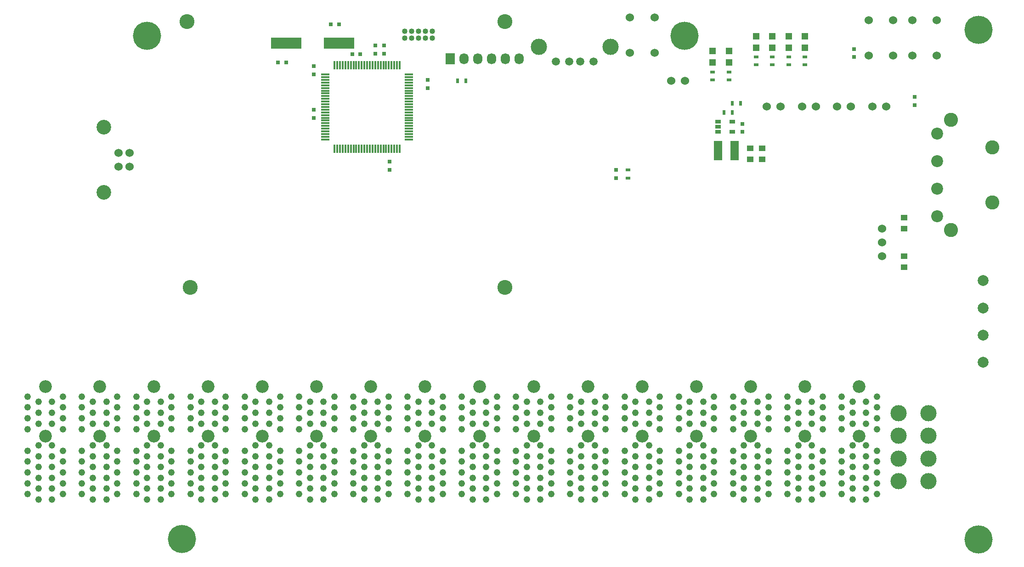
<source format=gbr>
G04 #@! TF.FileFunction,Soldermask,Top*
%FSLAX46Y46*%
G04 Gerber Fmt 4.6, Leading zero omitted, Abs format (unit mm)*
G04 Created by KiCad (PCBNEW 4.0.2+e4-6225~38~ubuntu14.04.1-stable) date Tue 26 Jul 2016 04:21:10 PM PDT*
%MOMM*%
G01*
G04 APERTURE LIST*
%ADD10C,0.100000*%
%ADD11C,2.350000*%
%ADD12C,1.230000*%
%ADD13R,0.750000X0.800000*%
%ADD14R,1.250000X1.000000*%
%ADD15R,1.500000X3.600000*%
%ADD16R,0.500000X0.900000*%
%ADD17R,1.000000X0.700000*%
%ADD18C,3.000000*%
%ADD19C,2.600000*%
%ADD20C,2.200000*%
%ADD21C,2.000000*%
%ADD22R,0.800000X0.750000*%
%ADD23C,1.524000*%
%ADD24C,2.700020*%
%ADD25R,0.300000X1.500000*%
%ADD26R,1.500000X0.300000*%
%ADD27R,5.600700X2.100580*%
%ADD28R,1.198880X1.198880*%
%ADD29R,0.900000X0.500000*%
%ADD30C,2.750000*%
%ADD31C,1.016000*%
%ADD32C,5.200000*%
%ADD33R,1.727200X2.032000*%
%ADD34O,1.727200X2.032000*%
%ADD35C,1.501140*%
%ADD36C,2.999740*%
G04 APERTURE END LIST*
D10*
D11*
X160000000Y-118000000D03*
X160000000Y-108850000D03*
D12*
X158750000Y-129650000D03*
X156750000Y-128650000D03*
X158750000Y-127650000D03*
X156750000Y-126650000D03*
X158750000Y-125650000D03*
X156750000Y-124650000D03*
X158750000Y-123650000D03*
X156750000Y-122650000D03*
X158750000Y-121650000D03*
X156750000Y-120650000D03*
X158750000Y-119650000D03*
X156750000Y-116650000D03*
X158750000Y-115650000D03*
X156750000Y-114650000D03*
X158750000Y-113650000D03*
X156750000Y-112650000D03*
X158750000Y-111650000D03*
X156750000Y-110650000D03*
X161250000Y-129650000D03*
X163250000Y-128650000D03*
X161250000Y-127650000D03*
X163250000Y-126650000D03*
X161250000Y-125650000D03*
X163250000Y-124650000D03*
X161250000Y-123650000D03*
X163250000Y-122650000D03*
X161250000Y-121650000D03*
X163250000Y-120650000D03*
X161250000Y-119650000D03*
X163250000Y-116650000D03*
X161250000Y-115650000D03*
X163250000Y-114650000D03*
X161250000Y-113650000D03*
X163250000Y-112650000D03*
X161250000Y-111650000D03*
X163250000Y-110650000D03*
D11*
X110000000Y-118000000D03*
X110000000Y-108850000D03*
D12*
X108750000Y-129650000D03*
X106750000Y-128650000D03*
X108750000Y-127650000D03*
X106750000Y-126650000D03*
X108750000Y-125650000D03*
X106750000Y-124650000D03*
X108750000Y-123650000D03*
X106750000Y-122650000D03*
X108750000Y-121650000D03*
X106750000Y-120650000D03*
X108750000Y-119650000D03*
X106750000Y-116650000D03*
X108750000Y-115650000D03*
X106750000Y-114650000D03*
X108750000Y-113650000D03*
X106750000Y-112650000D03*
X108750000Y-111650000D03*
X106750000Y-110650000D03*
X111250000Y-129650000D03*
X113250000Y-128650000D03*
X111250000Y-127650000D03*
X113250000Y-126650000D03*
X111250000Y-125650000D03*
X113250000Y-124650000D03*
X111250000Y-123650000D03*
X113250000Y-122650000D03*
X111250000Y-121650000D03*
X113250000Y-120650000D03*
X111250000Y-119650000D03*
X113250000Y-116650000D03*
X111250000Y-115650000D03*
X113250000Y-114650000D03*
X111250000Y-113650000D03*
X113250000Y-112650000D03*
X111250000Y-111650000D03*
X113250000Y-110650000D03*
D11*
X70000000Y-118000000D03*
X70000000Y-108850000D03*
D12*
X68750000Y-129650000D03*
X66750000Y-128650000D03*
X68750000Y-127650000D03*
X66750000Y-126650000D03*
X68750000Y-125650000D03*
X66750000Y-124650000D03*
X68750000Y-123650000D03*
X66750000Y-122650000D03*
X68750000Y-121650000D03*
X66750000Y-120650000D03*
X68750000Y-119650000D03*
X66750000Y-116650000D03*
X68750000Y-115650000D03*
X66750000Y-114650000D03*
X68750000Y-113650000D03*
X66750000Y-112650000D03*
X68750000Y-111650000D03*
X66750000Y-110650000D03*
X71250000Y-129650000D03*
X73250000Y-128650000D03*
X71250000Y-127650000D03*
X73250000Y-126650000D03*
X71250000Y-125650000D03*
X73250000Y-124650000D03*
X71250000Y-123650000D03*
X73250000Y-122650000D03*
X71250000Y-121650000D03*
X73250000Y-120650000D03*
X71250000Y-119650000D03*
X73250000Y-116650000D03*
X71250000Y-115650000D03*
X73250000Y-114650000D03*
X71250000Y-113650000D03*
X73250000Y-112650000D03*
X71250000Y-111650000D03*
X73250000Y-110650000D03*
D11*
X170000000Y-118000000D03*
X170000000Y-108850000D03*
D12*
X168750000Y-129650000D03*
X166750000Y-128650000D03*
X168750000Y-127650000D03*
X166750000Y-126650000D03*
X168750000Y-125650000D03*
X166750000Y-124650000D03*
X168750000Y-123650000D03*
X166750000Y-122650000D03*
X168750000Y-121650000D03*
X166750000Y-120650000D03*
X168750000Y-119650000D03*
X166750000Y-116650000D03*
X168750000Y-115650000D03*
X166750000Y-114650000D03*
X168750000Y-113650000D03*
X166750000Y-112650000D03*
X168750000Y-111650000D03*
X166750000Y-110650000D03*
X171250000Y-129650000D03*
X173250000Y-128650000D03*
X171250000Y-127650000D03*
X173250000Y-126650000D03*
X171250000Y-125650000D03*
X173250000Y-124650000D03*
X171250000Y-123650000D03*
X173250000Y-122650000D03*
X171250000Y-121650000D03*
X173250000Y-120650000D03*
X171250000Y-119650000D03*
X173250000Y-116650000D03*
X171250000Y-115650000D03*
X173250000Y-114650000D03*
X171250000Y-113650000D03*
X173250000Y-112650000D03*
X171250000Y-111650000D03*
X173250000Y-110650000D03*
D11*
X180000000Y-118000000D03*
X180000000Y-108850000D03*
D12*
X178750000Y-129650000D03*
X176750000Y-128650000D03*
X178750000Y-127650000D03*
X176750000Y-126650000D03*
X178750000Y-125650000D03*
X176750000Y-124650000D03*
X178750000Y-123650000D03*
X176750000Y-122650000D03*
X178750000Y-121650000D03*
X176750000Y-120650000D03*
X178750000Y-119650000D03*
X176750000Y-116650000D03*
X178750000Y-115650000D03*
X176750000Y-114650000D03*
X178750000Y-113650000D03*
X176750000Y-112650000D03*
X178750000Y-111650000D03*
X176750000Y-110650000D03*
X181250000Y-129650000D03*
X183250000Y-128650000D03*
X181250000Y-127650000D03*
X183250000Y-126650000D03*
X181250000Y-125650000D03*
X183250000Y-124650000D03*
X181250000Y-123650000D03*
X183250000Y-122650000D03*
X181250000Y-121650000D03*
X183250000Y-120650000D03*
X181250000Y-119650000D03*
X183250000Y-116650000D03*
X181250000Y-115650000D03*
X183250000Y-114650000D03*
X181250000Y-113650000D03*
X183250000Y-112650000D03*
X181250000Y-111650000D03*
X183250000Y-110650000D03*
D11*
X190000000Y-118000000D03*
X190000000Y-108850000D03*
D12*
X188750000Y-129650000D03*
X186750000Y-128650000D03*
X188750000Y-127650000D03*
X186750000Y-126650000D03*
X188750000Y-125650000D03*
X186750000Y-124650000D03*
X188750000Y-123650000D03*
X186750000Y-122650000D03*
X188750000Y-121650000D03*
X186750000Y-120650000D03*
X188750000Y-119650000D03*
X186750000Y-116650000D03*
X188750000Y-115650000D03*
X186750000Y-114650000D03*
X188750000Y-113650000D03*
X186750000Y-112650000D03*
X188750000Y-111650000D03*
X186750000Y-110650000D03*
X191250000Y-129650000D03*
X193250000Y-128650000D03*
X191250000Y-127650000D03*
X193250000Y-126650000D03*
X191250000Y-125650000D03*
X193250000Y-124650000D03*
X191250000Y-123650000D03*
X193250000Y-122650000D03*
X191250000Y-121650000D03*
X193250000Y-120650000D03*
X191250000Y-119650000D03*
X193250000Y-116650000D03*
X191250000Y-115650000D03*
X193250000Y-114650000D03*
X191250000Y-113650000D03*
X193250000Y-112650000D03*
X191250000Y-111650000D03*
X193250000Y-110650000D03*
D11*
X200000000Y-118000000D03*
X200000000Y-108850000D03*
D12*
X198750000Y-129650000D03*
X196750000Y-128650000D03*
X198750000Y-127650000D03*
X196750000Y-126650000D03*
X198750000Y-125650000D03*
X196750000Y-124650000D03*
X198750000Y-123650000D03*
X196750000Y-122650000D03*
X198750000Y-121650000D03*
X196750000Y-120650000D03*
X198750000Y-119650000D03*
X196750000Y-116650000D03*
X198750000Y-115650000D03*
X196750000Y-114650000D03*
X198750000Y-113650000D03*
X196750000Y-112650000D03*
X198750000Y-111650000D03*
X196750000Y-110650000D03*
X201250000Y-129650000D03*
X203250000Y-128650000D03*
X201250000Y-127650000D03*
X203250000Y-126650000D03*
X201250000Y-125650000D03*
X203250000Y-124650000D03*
X201250000Y-123650000D03*
X203250000Y-122650000D03*
X201250000Y-121650000D03*
X203250000Y-120650000D03*
X201250000Y-119650000D03*
X203250000Y-116650000D03*
X201250000Y-115650000D03*
X203250000Y-114650000D03*
X201250000Y-113650000D03*
X203250000Y-112650000D03*
X201250000Y-111650000D03*
X203250000Y-110650000D03*
D13*
X198450000Y-61850000D03*
X198450000Y-60350000D03*
D14*
X199900000Y-64900000D03*
X199900000Y-66900000D03*
D15*
X193975000Y-65300000D03*
X197025000Y-65300000D03*
D16*
X198100000Y-56600000D03*
X196600000Y-56600000D03*
X196600000Y-58300000D03*
X195100000Y-58300000D03*
D17*
X194000000Y-59950000D03*
X194000000Y-60900000D03*
X194000000Y-61850000D03*
X196600000Y-61850000D03*
X196600000Y-59950000D03*
D14*
X202100000Y-64900000D03*
X202100000Y-66900000D03*
D11*
X80000000Y-118000000D03*
X80000000Y-108850000D03*
D12*
X78750000Y-129650000D03*
X76750000Y-128650000D03*
X78750000Y-127650000D03*
X76750000Y-126650000D03*
X78750000Y-125650000D03*
X76750000Y-124650000D03*
X78750000Y-123650000D03*
X76750000Y-122650000D03*
X78750000Y-121650000D03*
X76750000Y-120650000D03*
X78750000Y-119650000D03*
X76750000Y-116650000D03*
X78750000Y-115650000D03*
X76750000Y-114650000D03*
X78750000Y-113650000D03*
X76750000Y-112650000D03*
X78750000Y-111650000D03*
X76750000Y-110650000D03*
X81250000Y-129650000D03*
X83250000Y-128650000D03*
X81250000Y-127650000D03*
X83250000Y-126650000D03*
X81250000Y-125650000D03*
X83250000Y-124650000D03*
X81250000Y-123650000D03*
X83250000Y-122650000D03*
X81250000Y-121650000D03*
X83250000Y-120650000D03*
X81250000Y-119650000D03*
X83250000Y-116650000D03*
X81250000Y-115650000D03*
X83250000Y-114650000D03*
X81250000Y-113650000D03*
X83250000Y-112650000D03*
X81250000Y-111650000D03*
X83250000Y-110650000D03*
D11*
X90000000Y-118000000D03*
X90000000Y-108850000D03*
D12*
X88750000Y-129650000D03*
X86750000Y-128650000D03*
X88750000Y-127650000D03*
X86750000Y-126650000D03*
X88750000Y-125650000D03*
X86750000Y-124650000D03*
X88750000Y-123650000D03*
X86750000Y-122650000D03*
X88750000Y-121650000D03*
X86750000Y-120650000D03*
X88750000Y-119650000D03*
X86750000Y-116650000D03*
X88750000Y-115650000D03*
X86750000Y-114650000D03*
X88750000Y-113650000D03*
X86750000Y-112650000D03*
X88750000Y-111650000D03*
X86750000Y-110650000D03*
X91250000Y-129650000D03*
X93250000Y-128650000D03*
X91250000Y-127650000D03*
X93250000Y-126650000D03*
X91250000Y-125650000D03*
X93250000Y-124650000D03*
X91250000Y-123650000D03*
X93250000Y-122650000D03*
X91250000Y-121650000D03*
X93250000Y-120650000D03*
X91250000Y-119650000D03*
X93250000Y-116650000D03*
X91250000Y-115650000D03*
X93250000Y-114650000D03*
X91250000Y-113650000D03*
X93250000Y-112650000D03*
X91250000Y-111650000D03*
X93250000Y-110650000D03*
D11*
X100000000Y-118000000D03*
X100000000Y-108850000D03*
D12*
X98750000Y-129650000D03*
X96750000Y-128650000D03*
X98750000Y-127650000D03*
X96750000Y-126650000D03*
X98750000Y-125650000D03*
X96750000Y-124650000D03*
X98750000Y-123650000D03*
X96750000Y-122650000D03*
X98750000Y-121650000D03*
X96750000Y-120650000D03*
X98750000Y-119650000D03*
X96750000Y-116650000D03*
X98750000Y-115650000D03*
X96750000Y-114650000D03*
X98750000Y-113650000D03*
X96750000Y-112650000D03*
X98750000Y-111650000D03*
X96750000Y-110650000D03*
X101250000Y-129650000D03*
X103250000Y-128650000D03*
X101250000Y-127650000D03*
X103250000Y-126650000D03*
X101250000Y-125650000D03*
X103250000Y-124650000D03*
X101250000Y-123650000D03*
X103250000Y-122650000D03*
X101250000Y-121650000D03*
X103250000Y-120650000D03*
X101250000Y-119650000D03*
X103250000Y-116650000D03*
X101250000Y-115650000D03*
X103250000Y-114650000D03*
X101250000Y-113650000D03*
X103250000Y-112650000D03*
X101250000Y-111650000D03*
X103250000Y-110650000D03*
D11*
X120000000Y-118000000D03*
X120000000Y-108850000D03*
D12*
X118750000Y-129650000D03*
X116750000Y-128650000D03*
X118750000Y-127650000D03*
X116750000Y-126650000D03*
X118750000Y-125650000D03*
X116750000Y-124650000D03*
X118750000Y-123650000D03*
X116750000Y-122650000D03*
X118750000Y-121650000D03*
X116750000Y-120650000D03*
X118750000Y-119650000D03*
X116750000Y-116650000D03*
X118750000Y-115650000D03*
X116750000Y-114650000D03*
X118750000Y-113650000D03*
X116750000Y-112650000D03*
X118750000Y-111650000D03*
X116750000Y-110650000D03*
X121250000Y-129650000D03*
X123250000Y-128650000D03*
X121250000Y-127650000D03*
X123250000Y-126650000D03*
X121250000Y-125650000D03*
X123250000Y-124650000D03*
X121250000Y-123650000D03*
X123250000Y-122650000D03*
X121250000Y-121650000D03*
X123250000Y-120650000D03*
X121250000Y-119650000D03*
X123250000Y-116650000D03*
X121250000Y-115650000D03*
X123250000Y-114650000D03*
X121250000Y-113650000D03*
X123250000Y-112650000D03*
X121250000Y-111650000D03*
X123250000Y-110650000D03*
D11*
X130000000Y-118000000D03*
X130000000Y-108850000D03*
D12*
X128750000Y-129650000D03*
X126750000Y-128650000D03*
X128750000Y-127650000D03*
X126750000Y-126650000D03*
X128750000Y-125650000D03*
X126750000Y-124650000D03*
X128750000Y-123650000D03*
X126750000Y-122650000D03*
X128750000Y-121650000D03*
X126750000Y-120650000D03*
X128750000Y-119650000D03*
X126750000Y-116650000D03*
X128750000Y-115650000D03*
X126750000Y-114650000D03*
X128750000Y-113650000D03*
X126750000Y-112650000D03*
X128750000Y-111650000D03*
X126750000Y-110650000D03*
X131250000Y-129650000D03*
X133250000Y-128650000D03*
X131250000Y-127650000D03*
X133250000Y-126650000D03*
X131250000Y-125650000D03*
X133250000Y-124650000D03*
X131250000Y-123650000D03*
X133250000Y-122650000D03*
X131250000Y-121650000D03*
X133250000Y-120650000D03*
X131250000Y-119650000D03*
X133250000Y-116650000D03*
X131250000Y-115650000D03*
X133250000Y-114650000D03*
X131250000Y-113650000D03*
X133250000Y-112650000D03*
X131250000Y-111650000D03*
X133250000Y-110650000D03*
D11*
X140000000Y-118000000D03*
X140000000Y-108850000D03*
D12*
X138750000Y-129650000D03*
X136750000Y-128650000D03*
X138750000Y-127650000D03*
X136750000Y-126650000D03*
X138750000Y-125650000D03*
X136750000Y-124650000D03*
X138750000Y-123650000D03*
X136750000Y-122650000D03*
X138750000Y-121650000D03*
X136750000Y-120650000D03*
X138750000Y-119650000D03*
X136750000Y-116650000D03*
X138750000Y-115650000D03*
X136750000Y-114650000D03*
X138750000Y-113650000D03*
X136750000Y-112650000D03*
X138750000Y-111650000D03*
X136750000Y-110650000D03*
X141250000Y-129650000D03*
X143250000Y-128650000D03*
X141250000Y-127650000D03*
X143250000Y-126650000D03*
X141250000Y-125650000D03*
X143250000Y-124650000D03*
X141250000Y-123650000D03*
X143250000Y-122650000D03*
X141250000Y-121650000D03*
X143250000Y-120650000D03*
X141250000Y-119650000D03*
X143250000Y-116650000D03*
X141250000Y-115650000D03*
X143250000Y-114650000D03*
X141250000Y-113650000D03*
X143250000Y-112650000D03*
X141250000Y-111650000D03*
X143250000Y-110650000D03*
D11*
X150000000Y-118000000D03*
X150000000Y-108850000D03*
D12*
X148750000Y-129650000D03*
X146750000Y-128650000D03*
X148750000Y-127650000D03*
X146750000Y-126650000D03*
X148750000Y-125650000D03*
X146750000Y-124650000D03*
X148750000Y-123650000D03*
X146750000Y-122650000D03*
X148750000Y-121650000D03*
X146750000Y-120650000D03*
X148750000Y-119650000D03*
X146750000Y-116650000D03*
X148750000Y-115650000D03*
X146750000Y-114650000D03*
X148750000Y-113650000D03*
X146750000Y-112650000D03*
X148750000Y-111650000D03*
X146750000Y-110650000D03*
X151250000Y-129650000D03*
X153250000Y-128650000D03*
X151250000Y-127650000D03*
X153250000Y-126650000D03*
X151250000Y-125650000D03*
X153250000Y-124650000D03*
X151250000Y-123650000D03*
X153250000Y-122650000D03*
X151250000Y-121650000D03*
X153250000Y-120650000D03*
X151250000Y-119650000D03*
X153250000Y-116650000D03*
X151250000Y-115650000D03*
X153250000Y-114650000D03*
X151250000Y-113650000D03*
X153250000Y-112650000D03*
X151250000Y-111650000D03*
X153250000Y-110650000D03*
D11*
X210000000Y-118000000D03*
X210000000Y-108850000D03*
D12*
X208750000Y-129650000D03*
X206750000Y-128650000D03*
X208750000Y-127650000D03*
X206750000Y-126650000D03*
X208750000Y-125650000D03*
X206750000Y-124650000D03*
X208750000Y-123650000D03*
X206750000Y-122650000D03*
X208750000Y-121650000D03*
X206750000Y-120650000D03*
X208750000Y-119650000D03*
X206750000Y-116650000D03*
X208750000Y-115650000D03*
X206750000Y-114650000D03*
X208750000Y-113650000D03*
X206750000Y-112650000D03*
X208750000Y-111650000D03*
X206750000Y-110650000D03*
X211250000Y-129650000D03*
X213250000Y-128650000D03*
X211250000Y-127650000D03*
X213250000Y-126650000D03*
X211250000Y-125650000D03*
X213250000Y-124650000D03*
X211250000Y-123650000D03*
X213250000Y-122650000D03*
X211250000Y-121650000D03*
X213250000Y-120650000D03*
X211250000Y-119650000D03*
X213250000Y-116650000D03*
X211250000Y-115650000D03*
X213250000Y-114650000D03*
X211250000Y-113650000D03*
X213250000Y-112650000D03*
X211250000Y-111650000D03*
X213250000Y-110650000D03*
D11*
X220000000Y-118000000D03*
X220000000Y-108850000D03*
D12*
X218750000Y-129650000D03*
X216750000Y-128650000D03*
X218750000Y-127650000D03*
X216750000Y-126650000D03*
X218750000Y-125650000D03*
X216750000Y-124650000D03*
X218750000Y-123650000D03*
X216750000Y-122650000D03*
X218750000Y-121650000D03*
X216750000Y-120650000D03*
X218750000Y-119650000D03*
X216750000Y-116650000D03*
X218750000Y-115650000D03*
X216750000Y-114650000D03*
X218750000Y-113650000D03*
X216750000Y-112650000D03*
X218750000Y-111650000D03*
X216750000Y-110650000D03*
X221250000Y-129650000D03*
X223250000Y-128650000D03*
X221250000Y-127650000D03*
X223250000Y-126650000D03*
X221250000Y-125650000D03*
X223250000Y-124650000D03*
X221250000Y-123650000D03*
X223250000Y-122650000D03*
X221250000Y-121650000D03*
X223250000Y-120650000D03*
X221250000Y-119650000D03*
X223250000Y-116650000D03*
X221250000Y-115650000D03*
X223250000Y-114650000D03*
X221250000Y-113650000D03*
X223250000Y-112650000D03*
X221250000Y-111650000D03*
X223250000Y-110650000D03*
D18*
X232750000Y-113700000D03*
X227250000Y-113700000D03*
X232750000Y-117900000D03*
X227250000Y-117900000D03*
X232750000Y-122100000D03*
X227250000Y-122100000D03*
X232750000Y-126300000D03*
X227250000Y-126300000D03*
D19*
X244560000Y-64720000D03*
X244560000Y-74880000D03*
X236940000Y-59640000D03*
D20*
X234400000Y-77420000D03*
X234400000Y-72340000D03*
X234400000Y-67260000D03*
X234400000Y-62180000D03*
D19*
X236940000Y-79960000D03*
D21*
X242800000Y-104300000D03*
X242800000Y-99300000D03*
X242800000Y-94300000D03*
X242800000Y-89300000D03*
D22*
X126550000Y-47550000D03*
X128050000Y-47550000D03*
D13*
X133450000Y-67350000D03*
X133450000Y-68850000D03*
X119500000Y-59250000D03*
X119500000Y-57750000D03*
X140500000Y-53750000D03*
X140500000Y-52250000D03*
D22*
X112900000Y-49050000D03*
X114400000Y-49050000D03*
X122600000Y-42000000D03*
X124100000Y-42000000D03*
D13*
X132450000Y-47450000D03*
X132450000Y-45950000D03*
X119450000Y-51250000D03*
X119450000Y-49750000D03*
D23*
X85500000Y-65730000D03*
X85500000Y-68270000D03*
X83501020Y-68270000D03*
X83501020Y-65730000D03*
D24*
X80801000Y-61000520D03*
X80801000Y-72999480D03*
D16*
X146000000Y-52450000D03*
X147500000Y-52450000D03*
D23*
X229750000Y-47750000D03*
X229750000Y-41250000D03*
X234250000Y-47750000D03*
X234250000Y-41250000D03*
D25*
X135300000Y-49550000D03*
X134800000Y-49550000D03*
X134300000Y-49550000D03*
X133800000Y-49550000D03*
X133300000Y-49550000D03*
X132800000Y-49550000D03*
X132300000Y-49550000D03*
X131800000Y-49550000D03*
X131300000Y-49550000D03*
X130800000Y-49550000D03*
X130300000Y-49550000D03*
X129800000Y-49550000D03*
X129300000Y-49550000D03*
X128800000Y-49550000D03*
X128300000Y-49550000D03*
X127800000Y-49550000D03*
X127300000Y-49550000D03*
X126800000Y-49550000D03*
X126300000Y-49550000D03*
X125800000Y-49550000D03*
X125300000Y-49550000D03*
X124800000Y-49550000D03*
X124300000Y-49550000D03*
X123800000Y-49550000D03*
X123300000Y-49550000D03*
D26*
X121600000Y-51250000D03*
X121600000Y-51750000D03*
X121600000Y-52250000D03*
X121600000Y-52750000D03*
X121600000Y-53250000D03*
X121600000Y-53750000D03*
X121600000Y-54250000D03*
X121600000Y-54750000D03*
X121600000Y-55250000D03*
X121600000Y-55750000D03*
X121600000Y-56250000D03*
X121600000Y-56750000D03*
X121600000Y-57250000D03*
X121600000Y-57750000D03*
X121600000Y-58250000D03*
X121600000Y-58750000D03*
X121600000Y-59250000D03*
X121600000Y-59750000D03*
X121600000Y-60250000D03*
X121600000Y-60750000D03*
X121600000Y-61250000D03*
X121600000Y-61750000D03*
X121600000Y-62250000D03*
X121600000Y-62750000D03*
X121600000Y-63250000D03*
D25*
X123300000Y-64950000D03*
X123800000Y-64950000D03*
X124300000Y-64950000D03*
X124800000Y-64950000D03*
X125300000Y-64950000D03*
X125800000Y-64950000D03*
X126300000Y-64950000D03*
X126800000Y-64950000D03*
X127300000Y-64950000D03*
X127800000Y-64950000D03*
X128300000Y-64950000D03*
X128800000Y-64950000D03*
X129300000Y-64950000D03*
X129800000Y-64950000D03*
X130300000Y-64950000D03*
X130800000Y-64950000D03*
X131300000Y-64950000D03*
X131800000Y-64950000D03*
X132300000Y-64950000D03*
X132800000Y-64950000D03*
X133300000Y-64950000D03*
X133800000Y-64950000D03*
X134300000Y-64950000D03*
X134800000Y-64950000D03*
X135300000Y-64950000D03*
D26*
X137000000Y-63250000D03*
X137000000Y-62750000D03*
X137000000Y-62250000D03*
X137000000Y-61750000D03*
X137000000Y-61250000D03*
X137000000Y-60750000D03*
X137000000Y-60250000D03*
X137000000Y-59750000D03*
X137000000Y-59250000D03*
X137000000Y-58750000D03*
X137000000Y-58250000D03*
X137000000Y-57750000D03*
X137000000Y-57250000D03*
X137000000Y-56750000D03*
X137000000Y-56250000D03*
X137000000Y-55750000D03*
X137000000Y-55250000D03*
X137000000Y-54750000D03*
X137000000Y-54250000D03*
X137000000Y-53750000D03*
X137000000Y-53250000D03*
X137000000Y-52750000D03*
X137000000Y-52250000D03*
X137000000Y-51750000D03*
X137000000Y-51250000D03*
D14*
X228250000Y-84800000D03*
X228250000Y-86800000D03*
X228250000Y-79700000D03*
X228250000Y-77700000D03*
D23*
X224200000Y-84790000D03*
X224200000Y-82250000D03*
X224200000Y-79710000D03*
D13*
X130800000Y-45950000D03*
X130800000Y-47450000D03*
D27*
X114401140Y-45500000D03*
X124098860Y-45500000D03*
D28*
X196000000Y-49049020D03*
X196000000Y-46950980D03*
X193000000Y-49049020D03*
X193000000Y-46950980D03*
X201000000Y-46349020D03*
X201000000Y-44250980D03*
X204000000Y-46349020D03*
X204000000Y-44250980D03*
X207000000Y-46349020D03*
X207000000Y-44250980D03*
X210000000Y-46349020D03*
X210000000Y-44250980D03*
D29*
X201000000Y-49500000D03*
X201000000Y-48000000D03*
X204000000Y-49500000D03*
X204000000Y-48000000D03*
X207000000Y-49500000D03*
X207000000Y-48000000D03*
X210000000Y-49500000D03*
X210000000Y-48000000D03*
X196000000Y-52300000D03*
X196000000Y-50800000D03*
X193000000Y-52300000D03*
X193000000Y-50800000D03*
D13*
X230250000Y-55400000D03*
X230250000Y-56900000D03*
X219000000Y-48050000D03*
X219000000Y-46550000D03*
D23*
X226250000Y-41250000D03*
X226250000Y-47750000D03*
X221750000Y-41250000D03*
X221750000Y-47750000D03*
D30*
X96060000Y-41500000D03*
X96660000Y-90500000D03*
X154660000Y-41500000D03*
X154660000Y-90500000D03*
D31*
X136260000Y-44535000D03*
X136260000Y-43265000D03*
X137530000Y-44535000D03*
X137530000Y-43265000D03*
X138800000Y-44535000D03*
X138800000Y-43265000D03*
X140070000Y-44535000D03*
X140070000Y-43265000D03*
X141340000Y-44535000D03*
X141340000Y-43265000D03*
D32*
X95200000Y-136950000D03*
X88700000Y-44100000D03*
X187800000Y-44100000D03*
X242000000Y-43000000D03*
X242000000Y-137000000D03*
D13*
X175150000Y-68850000D03*
X175150000Y-70350000D03*
D33*
X144650000Y-48400000D03*
D34*
X147190000Y-48400000D03*
X149730000Y-48400000D03*
X152270000Y-48400000D03*
X154810000Y-48400000D03*
X157350000Y-48400000D03*
D29*
X177350000Y-70350000D03*
X177350000Y-68850000D03*
D23*
X182250000Y-40750000D03*
X182250000Y-47250000D03*
X177750000Y-40750000D03*
X177750000Y-47250000D03*
D35*
X164060000Y-48900000D03*
X166560000Y-48900000D03*
X168560000Y-48900000D03*
X171060000Y-48900000D03*
D36*
X160990000Y-46190000D03*
X174130000Y-46190000D03*
D23*
X215930000Y-57200000D03*
X218470000Y-57200000D03*
X222430000Y-57200000D03*
X224970000Y-57200000D03*
X209430000Y-57200000D03*
X211970000Y-57200000D03*
X202930000Y-57200000D03*
X205470000Y-57200000D03*
X185330000Y-52400000D03*
X187870000Y-52400000D03*
M02*

</source>
